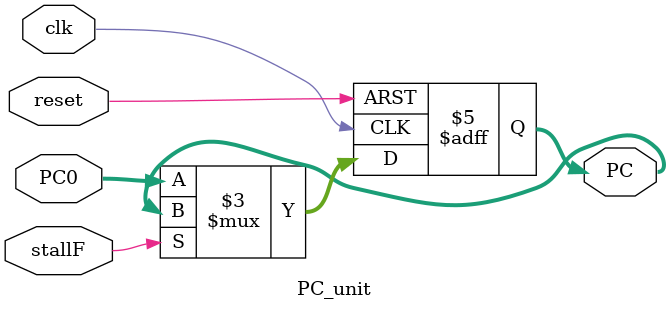
<source format=v>
`timescale 1ns/1ns

module PC_unit (
	input [31:0] PC0,
	input clk,reset,
	output reg [31:0] PC, 
	input stallF
) ;

	always @(posedge clk,posedge reset)
		if (reset)
			PC <= 32'h00000000 ;
		else if (!stallF)
			PC <= PC0 ;

endmodule 
</source>
